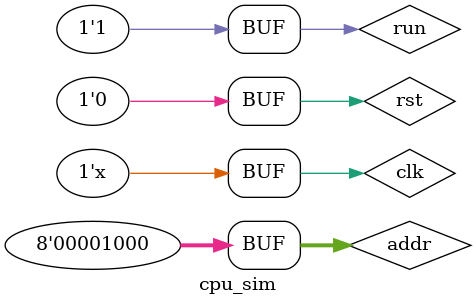
<source format=v>
`timescale 1ns / 1ps


module cpu_sim();
/**
module mipsCPU(
//----------------------------------------
    input               origin_clk,
    input               rst,
//----------------------------------------
    input               run,
    input       [7:0]   addr,
    output  reg [31:0]  pc,
    output  reg [31:0]  mem_data,
    output  reg [31:0]  reg_data
//----------------------------------------
    );
**/
reg         clk, run, rst;
reg [7:0]   addr;
wire [31:0] mem_data;
wire [31:0] pc;
wire [31:0] reg_data;
mipsCPU cpu(
    .origin_clk(clk),
    .rst(rst),
    .run(run),
    .addr(addr),
    .pc(pc),
    .mem_data(mem_data),
    .reg_data(reg_data)
);
initial clk = 1;
initial rst = 0;
initial addr = 8'd8;
initial run = 1'b1;
always 
    begin 
        #5 clk = ~clk; 
    end
initial 
    begin
        #10 rst = 1;  
        #10 rst = 0;
    end

endmodule

</source>
